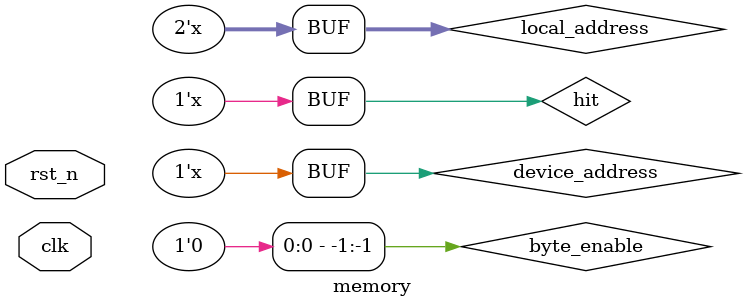
<source format=sv>
`include "../system/arilla_bus_if.svh"

module memory #(
    parameter int BaseAddress = 32'h0,
    parameter int SizeBytes = 524288,
    //"C:/Users/lazar/Desktop/RISC-V_Debug/src/system/main.mif"
    parameter InitFile = "UNUSED",
    //"ENABLE_RUNTIME_MOD=YES,INSTANCE_NAME=MAIN"
    parameter Hint = "UNUSED"
) (
    input clk,
    input rst_n,

    arilla_bus_if bus_interface
);
    localparam int ByteSize = 8;
    localparam int DataWidth = $bits(bus_interface.data);
    localparam int AddressWidth = $bits(bus_interface.address);
    localparam int BytesPerWord = DataWidth / ByteSize;
    localparam int SizeWords = SizeBytes / BytesPerWord;
    localparam int ByteAddressWidth = AddressWidth + $clog2(BytesPerWord);
    localparam int LocalAddressWidth = $clog2(SizeWords);
    localparam int LocalByteAddressWidth = LocalAddressWidth + $clog2(BytesPerWord);
    localparam int DeviceAddressWidth = AddressWidth - LocalAddressWidth;
    localparam int DeviceAddress = BaseAddress[ByteAddressWidth-1:LocalByteAddressWidth];

    wire [DeviceAddressWidth-1:0] device_address = bus_interface.address[AddressWidth-1:LocalAddressWidth];
    wire [LocalAddressWidth-1:0] local_address = bus_interface.address[LocalAddressWidth-1:0];
    wire [BytesPerWord-1:0] byte_enable = bus_interface.byte_enable;
    wire [DataWidth-1:0] data_in = bus_interface.data;
    wire [DataWidth-1:0] data_out;

    reg read_hit;
    wire hit = device_address == DeviceAddress;
    wire data_enable = read_hit && !bus_interface.intercept;
    wire data_write = hit && bus_interface.write;

    assign bus_interface.data = (data_enable) ? data_out : {DataWidth{1'bz}};

    always @(posedge clk) begin
        if (!rst_n) begin
            read_hit <= 1'b0;
        end else begin
            read_hit <= hit && bus_interface.read;
        end
    end

    altsyncram #(
        .byte_size(ByteSize),
        .clock_enable_input_a("BYPASS"),
        .clock_enable_output_a("BYPASS"),
        .init_file(InitFile),
        .intended_device_family("Cyclone V"),
        .lpm_hint(Hint),
        .lpm_type("altsyncram"),
        .numwords_a(SizeWords),
        .operation_mode("SINGLE_PORT"),
        .outdata_aclr_a("NONE"),
        .outdata_reg_a("UNREGISTERED"),
        .power_up_uninitialized("FALSE"),
        .read_during_write_mode_port_a("DONT_CARE"),
        .widthad_a(LocalAddressWidth),
        .width_a(DataWidth),
        .width_byteena_a(BytesPerWord)
    ) altsyncram_component (
        .address_a(local_address),
        .byteena_a(byte_enable),
        .clock0(clk),
        .data_a(data_in),
        .wren_a(data_write),
        .q_a(data_out),
        .aclr0(1'b0),
        .aclr1(1'b0),
        .address_b(1'b1),
        .addressstall_a(1'b0),
        .addressstall_b(1'b0),
        .byteena_b(1'b1),
        .clock1(1'b1),
        .clocken0(1'b1),
        .clocken1(1'b1),
        .clocken2(1'b1),
        .clocken3(1'b1),
        .data_b(1'b1),
        .eccstatus(),
        .q_b(),
        .rden_a(1'b1),
        .rden_b(1'b1),
        .wren_b(1'b0)
    );

endmodule

</source>
